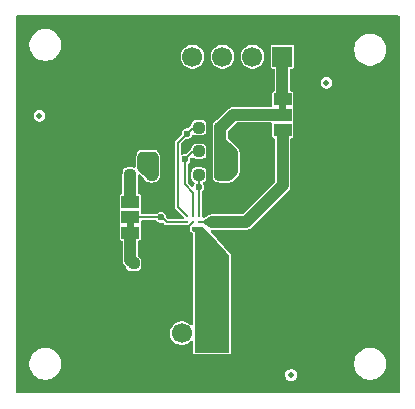
<source format=gbr>
%TF.GenerationSoftware,KiCad,Pcbnew,9.0.3*%
%TF.CreationDate,2025-08-01T20:51:34+05:30*%
%TF.ProjectId,BQ27621-G1_Breakout_Board_v1,42513237-3632-4312-9d47-315f42726561,rev?*%
%TF.SameCoordinates,Original*%
%TF.FileFunction,Copper,L1,Top*%
%TF.FilePolarity,Positive*%
%FSLAX46Y46*%
G04 Gerber Fmt 4.6, Leading zero omitted, Abs format (unit mm)*
G04 Created by KiCad (PCBNEW 9.0.3) date 2025-08-01 20:51:34*
%MOMM*%
%LPD*%
G01*
G04 APERTURE LIST*
G04 Aperture macros list*
%AMRoundRect*
0 Rectangle with rounded corners*
0 $1 Rounding radius*
0 $2 $3 $4 $5 $6 $7 $8 $9 X,Y pos of 4 corners*
0 Add a 4 corners polygon primitive as box body*
4,1,4,$2,$3,$4,$5,$6,$7,$8,$9,$2,$3,0*
0 Add four circle primitives for the rounded corners*
1,1,$1+$1,$2,$3*
1,1,$1+$1,$4,$5*
1,1,$1+$1,$6,$7*
1,1,$1+$1,$8,$9*
0 Add four rect primitives between the rounded corners*
20,1,$1+$1,$2,$3,$4,$5,0*
20,1,$1+$1,$4,$5,$6,$7,0*
20,1,$1+$1,$6,$7,$8,$9,0*
20,1,$1+$1,$8,$9,$2,$3,0*%
G04 Aperture macros list end*
%TA.AperFunction,Conductor*%
%ADD10C,0.100000*%
%TD*%
%TA.AperFunction,Conductor*%
%ADD11C,0.200000*%
%TD*%
%TA.AperFunction,EtchedComponent*%
%ADD12C,0.000000*%
%TD*%
%TA.AperFunction,ComponentPad*%
%ADD13R,1.700000X1.700000*%
%TD*%
%TA.AperFunction,ComponentPad*%
%ADD14C,1.700000*%
%TD*%
%TA.AperFunction,SMDPad,CuDef*%
%ADD15RoundRect,0.237500X0.250000X0.237500X-0.250000X0.237500X-0.250000X-0.237500X0.250000X-0.237500X0*%
%TD*%
%TA.AperFunction,SMDPad,CuDef*%
%ADD16R,1.500000X1.000000*%
%TD*%
%TA.AperFunction,SMDPad,CuDef*%
%ADD17RoundRect,0.237500X0.237500X-0.300000X0.237500X0.300000X-0.237500X0.300000X-0.237500X-0.300000X0*%
%TD*%
%TA.AperFunction,SMDPad,CuDef*%
%ADD18RoundRect,0.237500X-0.250000X-0.237500X0.250000X-0.237500X0.250000X0.237500X-0.250000X0.237500X0*%
%TD*%
%TA.AperFunction,SMDPad,CuDef*%
%ADD19C,0.500000*%
%TD*%
%TA.AperFunction,BGAPad,CuDef*%
%ADD20C,0.245000*%
%TD*%
%TA.AperFunction,SMDPad,CuDef*%
%ADD21RoundRect,0.237500X0.300000X0.237500X-0.300000X0.237500X-0.300000X-0.237500X0.300000X-0.237500X0*%
%TD*%
%TA.AperFunction,ViaPad*%
%ADD22C,0.600000*%
%TD*%
%TA.AperFunction,Conductor*%
%ADD23C,0.500000*%
%TD*%
%TA.AperFunction,Conductor*%
%ADD24C,1.000000*%
%TD*%
%TA.AperFunction,Conductor*%
%ADD25C,0.150000*%
%TD*%
G04 APERTURE END LIST*
D10*
%TO.N,+BATT*%
X140600000Y-98550000D02*
X142200000Y-100350000D01*
X142200000Y-103550000D01*
X142200000Y-108550000D01*
X139400000Y-108550000D01*
X139400000Y-98350000D01*
X139150000Y-98183334D01*
X139150000Y-97950000D01*
X140000000Y-97950000D01*
X140600000Y-98550000D01*
%TA.AperFunction,Conductor*%
G36*
X140600000Y-98550000D02*
G01*
X142200000Y-100350000D01*
X142200000Y-103550000D01*
X142200000Y-108550000D01*
X139400000Y-108550000D01*
X139400000Y-98350000D01*
X139150000Y-98183334D01*
X139150000Y-97950000D01*
X140000000Y-97950000D01*
X140600000Y-98550000D01*
G37*
%TD.AperFunction*%
%TO.N,VDDEx*%
D11*
X134750000Y-92250000D02*
X136000000Y-92250000D01*
X134750000Y-92250000D01*
X134700000Y-91724600D02*
X136050000Y-91724600D01*
X136050000Y-91900000D01*
X134700000Y-91900000D01*
X134700000Y-91724600D01*
D10*
%TO.N,GNDREF*%
X138850000Y-98190000D02*
X138650000Y-98350000D01*
X138650000Y-104550000D01*
X136900000Y-106150000D01*
X136900000Y-108550000D01*
X134250000Y-108550000D01*
X134250000Y-103800000D01*
X135500000Y-102250000D01*
X135500000Y-100250000D01*
X135800000Y-100250000D01*
X137700000Y-98700000D01*
X138350000Y-97900000D01*
X138850000Y-97900000D01*
X138850000Y-98190000D01*
%TA.AperFunction,Conductor*%
G36*
X138850000Y-98190000D02*
G01*
X138650000Y-98350000D01*
X138650000Y-104550000D01*
X136900000Y-106150000D01*
X136900000Y-108550000D01*
X134250000Y-108550000D01*
X134250000Y-103800000D01*
X135500000Y-102250000D01*
X135500000Y-100250000D01*
X135800000Y-100250000D01*
X137700000Y-98700000D01*
X138350000Y-97900000D01*
X138850000Y-97900000D01*
X138850000Y-98190000D01*
G37*
%TD.AperFunction*%
D12*
%TA.AperFunction,EtchedComponent*%
%TD*%
%TO.C,JP2*%
G36*
X147100000Y-88050000D02*
G01*
X146500000Y-88050000D01*
X146500000Y-87550000D01*
X147100000Y-87550000D01*
X147100000Y-88050000D01*
G37*
%TD.AperFunction*%
%TA.AperFunction,EtchedComponent*%
%TO.C,JP1*%
G36*
X134207500Y-98050000D02*
G01*
X133607500Y-98050000D01*
X133607500Y-97550000D01*
X134207500Y-97550000D01*
X134207500Y-98050000D01*
G37*
%TD.AperFunction*%
%TD*%
D13*
%TO.P,J1,1,Pin_1*%
%TO.N,VDDE*%
X146780000Y-83550000D03*
D14*
%TO.P,J1,2,Pin_2*%
%TO.N,/GPOUT*%
X144240000Y-83550000D03*
%TO.P,J1,3,Pin_3*%
%TO.N,/SCL*%
X141700000Y-83550000D03*
%TO.P,J1,4,Pin_4*%
%TO.N,/SDA*%
X139160000Y-83550000D03*
%TO.P,J1,5,Pin_5*%
%TO.N,GNDREF*%
X136620000Y-83550000D03*
%TD*%
D15*
%TO.P,R1,1*%
%TO.N,VDDEx*%
X141525000Y-89550000D03*
%TO.P,R1,2*%
%TO.N,/GPOUT*%
X139700000Y-89550000D03*
%TD*%
D16*
%TO.P,JP2,1,A*%
%TO.N,VDDE*%
X146800000Y-87150000D03*
%TO.P,JP2,2,C*%
%TO.N,VDDEx*%
X146800000Y-88450000D03*
%TO.P,JP2,3,B*%
%TO.N,VDD*%
X146800000Y-89750000D03*
%TD*%
D15*
%TO.P,R4,1*%
%TO.N,VDDEx*%
X135700000Y-93550000D03*
%TO.P,R4,2*%
%TO.N,Net-(JP1-B)*%
X133875000Y-93550000D03*
%TD*%
D17*
%TO.P,C1,1*%
%TO.N,VDD*%
X142700000Y-97512500D03*
%TO.P,C1,2*%
%TO.N,GNDREF*%
X142700000Y-95787500D03*
%TD*%
D18*
%TO.P,R5,1*%
%TO.N,Net-(JP1-A)*%
X134175000Y-101050000D03*
%TO.P,R5,2*%
%TO.N,GNDREF*%
X136000000Y-101050000D03*
%TD*%
D19*
%TO.P,FID1,*%
%TO.N,*%
X150500000Y-85750000D03*
%TD*%
D16*
%TO.P,JP1,1,A*%
%TO.N,Net-(JP1-A)*%
X133907500Y-98450000D03*
%TO.P,JP1,2,C*%
%TO.N,/BIN*%
X133907500Y-97150000D03*
%TO.P,JP1,3,B*%
%TO.N,Net-(JP1-B)*%
X133907500Y-95850000D03*
%TD*%
D20*
%TO.P,U1,A1,GPOUT*%
%TO.N,/GPOUT*%
X138700000Y-97050000D03*
%TO.P,U1,A2,SDA*%
%TO.N,/SDA*%
X139200000Y-97050000D03*
%TO.P,U1,A3,SCL*%
%TO.N,/SCL*%
X139700000Y-97050000D03*
%TO.P,U1,B1,BIN*%
%TO.N,/BIN*%
X138700000Y-97550000D03*
%TO.P,U1,B2,VSS*%
%TO.N,GNDREF*%
X139200000Y-97550000D03*
%TO.P,U1,B3,VDD*%
%TO.N,VDD*%
X139700000Y-97550000D03*
%TO.P,U1,C1,NC*%
%TO.N,GNDREF*%
X138700000Y-98050000D03*
%TO.P,U1,C2,BAT*%
%TO.N,+BATT*%
X139200000Y-98050000D03*
%TO.P,U1,C3,BAT*%
X139700000Y-98050000D03*
%TD*%
D19*
%TO.P,FID3,*%
%TO.N,*%
X147500000Y-110500000D03*
%TD*%
D13*
%TO.P,J2,1,Pin_1*%
%TO.N,+BATT*%
X140800000Y-106950000D03*
D14*
%TO.P,J2,2,Pin_2*%
%TO.N,/BIN*%
X138260000Y-106950000D03*
%TO.P,J2,3,Pin_3*%
%TO.N,GNDREF*%
X135720000Y-106950000D03*
%TD*%
D15*
%TO.P,R2,1*%
%TO.N,VDDEx*%
X141525000Y-93550000D03*
%TO.P,R2,2*%
%TO.N,/SCL*%
X139700000Y-93550000D03*
%TD*%
D19*
%TO.P,FID2,*%
%TO.N,*%
X126200000Y-88550000D03*
%TD*%
D21*
%TO.P,C2,1*%
%TO.N,+BATT*%
X139912500Y-101050000D03*
%TO.P,C2,2*%
%TO.N,GNDREF*%
X138187500Y-101050000D03*
%TD*%
D15*
%TO.P,R3,1*%
%TO.N,VDDEx*%
X141525000Y-91550000D03*
%TO.P,R3,2*%
%TO.N,/SDA*%
X139700000Y-91550000D03*
%TD*%
D22*
%TO.N,GNDREF*%
X138200000Y-102050000D03*
X138010000Y-104660000D03*
X137700000Y-99350000D03*
X143950000Y-94550000D03*
X138187500Y-103350000D03*
X138400000Y-99350000D03*
X137200000Y-99850000D03*
X138400000Y-99950000D03*
X143950000Y-95800000D03*
X133450000Y-85550000D03*
X138350000Y-98700000D03*
X134200000Y-86300000D03*
X134200000Y-83550000D03*
X137100000Y-102150000D03*
X133450000Y-84300000D03*
X134900000Y-104650000D03*
X134950000Y-103500000D03*
X135200000Y-83550000D03*
X135200000Y-86300000D03*
%TO.N,/GPOUT*%
X138700000Y-90050000D03*
%TO.N,/SCL*%
X139700000Y-94550000D03*
%TO.N,/SDA*%
X138500000Y-92250000D03*
%TO.N,/BIN*%
X136500000Y-97150000D03*
%TO.N,VDDEx*%
X135800000Y-92150000D03*
X142500000Y-91750000D03*
X142500000Y-93350000D03*
X135000000Y-92150000D03*
X142500000Y-92550000D03*
%TD*%
D23*
%TO.N,VDD*%
X140300000Y-97550000D02*
X140800000Y-97550000D01*
D24*
X143700000Y-97550000D02*
X140800000Y-97550000D01*
D11*
X139700000Y-97550000D02*
X140300000Y-97550000D01*
D24*
X146800000Y-89750000D02*
X146800000Y-94450000D01*
X146800000Y-94450000D02*
X143700000Y-97550000D01*
D25*
%TO.N,GNDREF*%
X138350000Y-98700000D02*
X137800000Y-99250000D01*
D11*
X138749000Y-98001000D02*
X138749000Y-97951000D01*
D25*
X136000000Y-101850000D02*
X136300000Y-102150000D01*
D11*
X135200000Y-103950000D02*
X136600000Y-103950000D01*
D25*
X136000000Y-101550000D02*
X136000000Y-101850000D01*
D11*
X138400000Y-101400000D02*
X138400000Y-99850000D01*
D25*
X136300000Y-102150000D02*
X137100000Y-102150000D01*
D11*
X138187500Y-101050000D02*
X138187500Y-103350000D01*
X138400000Y-99850000D02*
X137800000Y-99250000D01*
D25*
X138100000Y-102150000D02*
X138200000Y-102050000D01*
D11*
X136575000Y-100175000D02*
X138700000Y-98050000D01*
X134900000Y-103550000D02*
X134950000Y-103500000D01*
X136620000Y-83550000D02*
X136700000Y-83550000D01*
X138350000Y-101450000D02*
X138350000Y-98700000D01*
X136900000Y-104250000D02*
X136900000Y-105450000D01*
D25*
X137800000Y-99250000D02*
X137400000Y-99650000D01*
D11*
X135720000Y-106370000D02*
X134900000Y-105550000D01*
X137800000Y-99250000D02*
X137900000Y-99150000D01*
X135200000Y-83550000D02*
X134200000Y-83550000D01*
X142700000Y-95787500D02*
X143937500Y-95787500D01*
X143950000Y-95800000D02*
X143950000Y-94550000D01*
X134900000Y-105550000D02*
X134900000Y-104650000D01*
X138010000Y-104660000D02*
X135720000Y-106950000D01*
D25*
X136575000Y-100475000D02*
X138350000Y-98700000D01*
D11*
X135720000Y-106950000D02*
X135720000Y-106370000D01*
D25*
X137100000Y-102150000D02*
X138100000Y-102150000D01*
X138700000Y-98050000D02*
X139200000Y-97550000D01*
D11*
X133700000Y-83550000D02*
X133450000Y-83800000D01*
X134900000Y-104650000D02*
X134900000Y-104250000D01*
X136900000Y-105450000D02*
X136400000Y-105950000D01*
X133700000Y-86300000D02*
X135200000Y-86300000D01*
X136000000Y-102450000D02*
X136000000Y-101550000D01*
D25*
X136000000Y-101050000D02*
X136000000Y-101550000D01*
D11*
X136575000Y-101075000D02*
X138500000Y-99150000D01*
X137800000Y-99850000D02*
X138400000Y-99250000D01*
X138187500Y-103350000D02*
X138187500Y-104482500D01*
X133450000Y-85550000D02*
X133450000Y-86050000D01*
X133450000Y-83800000D02*
X133450000Y-85550000D01*
X138700000Y-98050000D02*
X138749000Y-98001000D01*
X138187500Y-104482500D02*
X138010000Y-104660000D01*
X136700000Y-83550000D02*
X135200000Y-83550000D01*
X134950000Y-103500000D02*
X136000000Y-102450000D01*
X133450000Y-86050000D02*
X133700000Y-86300000D01*
X134900000Y-104650000D02*
X134900000Y-103550000D01*
X137200000Y-99850000D02*
X137800000Y-99850000D01*
D25*
X136000000Y-101050000D02*
X137400000Y-99650000D01*
D11*
X136600000Y-103950000D02*
X136900000Y-104250000D01*
X134900000Y-104250000D02*
X135200000Y-103950000D01*
X134200000Y-83550000D02*
X133700000Y-83550000D01*
X143937500Y-95787500D02*
X143950000Y-95800000D01*
%TO.N,/GPOUT*%
X137900000Y-90850000D02*
X139200000Y-89550000D01*
X139200000Y-89550000D02*
X139700000Y-89550000D01*
X138700000Y-97050000D02*
X137900000Y-96250000D01*
X137900000Y-96250000D02*
X137900000Y-90850000D01*
%TO.N,/SCL*%
X139700000Y-97050000D02*
X139700000Y-94550000D01*
X139700000Y-94550000D02*
X139700000Y-93550000D01*
D24*
%TO.N,VDDE*%
X146780000Y-83550000D02*
X146780000Y-87130000D01*
D11*
X146780000Y-87130000D02*
X146800000Y-87150000D01*
%TO.N,/SDA*%
X139200000Y-91550000D02*
X139700000Y-91550000D01*
X139200000Y-95050000D02*
X138500000Y-94350000D01*
X138500000Y-92250000D02*
X139200000Y-91550000D01*
X139200000Y-97050000D02*
X139200000Y-95050000D01*
X138500000Y-94350000D02*
X138500000Y-92250000D01*
%TO.N,/BIN*%
X136500000Y-97150000D02*
X133907500Y-97150000D01*
X136600000Y-97150000D02*
X136500000Y-97150000D01*
X137000000Y-97550000D02*
X136600000Y-97150000D01*
X138700000Y-97550000D02*
X137000000Y-97550000D01*
D24*
%TO.N,VDDEx*%
X142200000Y-93550000D02*
X141525000Y-93550000D01*
X135000000Y-92150000D02*
X135000000Y-92850000D01*
X141525000Y-89550000D02*
X141525000Y-91550000D01*
X142500000Y-91750000D02*
X142500000Y-92550000D01*
X142625000Y-88450000D02*
X141525000Y-89550000D01*
X141525000Y-89550000D02*
X141525000Y-90750000D01*
X135800000Y-93450000D02*
X135800000Y-92150000D01*
X135000000Y-92850000D02*
X135700000Y-93550000D01*
X142500000Y-92550000D02*
X142500000Y-93250000D01*
X135700000Y-93550000D02*
X135800000Y-93450000D01*
X146800000Y-88450000D02*
X142625000Y-88450000D01*
X141525000Y-91550000D02*
X141525000Y-93550000D01*
X142500000Y-93250000D02*
X142200000Y-93550000D01*
X142500000Y-91725000D02*
X142500000Y-91750000D01*
X141525000Y-90750000D02*
X142500000Y-91725000D01*
%TO.N,Net-(JP1-A)*%
X133907500Y-98450000D02*
X133907500Y-100782500D01*
X133907500Y-100782500D02*
X134175000Y-101050000D01*
D11*
%TO.N,Net-(JP1-B)*%
X133875000Y-95817500D02*
X133907500Y-95850000D01*
D24*
X133875000Y-93550000D02*
X133875000Y-95817500D01*
%TD*%
%TA.AperFunction,Conductor*%
%TO.N,GNDREF*%
G36*
X156642539Y-80070185D02*
G01*
X156688294Y-80122989D01*
X156699500Y-80174500D01*
X156699500Y-111925500D01*
X156679815Y-111992539D01*
X156627011Y-112038294D01*
X156575500Y-112049500D01*
X124324500Y-112049500D01*
X124257461Y-112029815D01*
X124211706Y-111977011D01*
X124200500Y-111925500D01*
X124200500Y-109443713D01*
X125349500Y-109443713D01*
X125349500Y-109656287D01*
X125382754Y-109866243D01*
X125437134Y-110033608D01*
X125448444Y-110068414D01*
X125544951Y-110257820D01*
X125669890Y-110429786D01*
X125820213Y-110580109D01*
X125992179Y-110705048D01*
X125992181Y-110705049D01*
X125992184Y-110705051D01*
X126181588Y-110801557D01*
X126383757Y-110867246D01*
X126593713Y-110900500D01*
X126593714Y-110900500D01*
X126806286Y-110900500D01*
X126806287Y-110900500D01*
X127016243Y-110867246D01*
X127218412Y-110801557D01*
X127407816Y-110705051D01*
X127429789Y-110689086D01*
X127579786Y-110580109D01*
X127579788Y-110580106D01*
X127579792Y-110580104D01*
X127725788Y-110434108D01*
X146999500Y-110434108D01*
X146999500Y-110565892D01*
X147016554Y-110629539D01*
X147033608Y-110693187D01*
X147040458Y-110705051D01*
X147099500Y-110807314D01*
X147192686Y-110900500D01*
X147306814Y-110966392D01*
X147434108Y-111000500D01*
X147434110Y-111000500D01*
X147565890Y-111000500D01*
X147565892Y-111000500D01*
X147693186Y-110966392D01*
X147807314Y-110900500D01*
X147900500Y-110807314D01*
X147966392Y-110693186D01*
X148000500Y-110565892D01*
X148000500Y-110434108D01*
X147966392Y-110306814D01*
X147900500Y-110192686D01*
X147807314Y-110099500D01*
X147750250Y-110066554D01*
X147693187Y-110033608D01*
X147629539Y-110016554D01*
X147565892Y-109999500D01*
X147434108Y-109999500D01*
X147306812Y-110033608D01*
X147192686Y-110099500D01*
X147192683Y-110099502D01*
X147099502Y-110192683D01*
X147099500Y-110192686D01*
X147033608Y-110306812D01*
X147021207Y-110353094D01*
X146999500Y-110434108D01*
X127725788Y-110434108D01*
X127730104Y-110429792D01*
X127855051Y-110257816D01*
X127951557Y-110068412D01*
X128017246Y-109866243D01*
X128050500Y-109656287D01*
X128050500Y-109443713D01*
X152849500Y-109443713D01*
X152849500Y-109656287D01*
X152882754Y-109866243D01*
X152937134Y-110033608D01*
X152948444Y-110068414D01*
X153044951Y-110257820D01*
X153169890Y-110429786D01*
X153320213Y-110580109D01*
X153492179Y-110705048D01*
X153492181Y-110705049D01*
X153492184Y-110705051D01*
X153681588Y-110801557D01*
X153883757Y-110867246D01*
X154093713Y-110900500D01*
X154093714Y-110900500D01*
X154306286Y-110900500D01*
X154306287Y-110900500D01*
X154516243Y-110867246D01*
X154718412Y-110801557D01*
X154907816Y-110705051D01*
X154929789Y-110689086D01*
X155079786Y-110580109D01*
X155079788Y-110580106D01*
X155079792Y-110580104D01*
X155230104Y-110429792D01*
X155230106Y-110429788D01*
X155230109Y-110429786D01*
X155355048Y-110257820D01*
X155355049Y-110257819D01*
X155355051Y-110257816D01*
X155451557Y-110068412D01*
X155517246Y-109866243D01*
X155550500Y-109656287D01*
X155550500Y-109443713D01*
X155517246Y-109233757D01*
X155451557Y-109031588D01*
X155355051Y-108842184D01*
X155355049Y-108842181D01*
X155355048Y-108842179D01*
X155230109Y-108670213D01*
X155079786Y-108519890D01*
X154907820Y-108394951D01*
X154718414Y-108298444D01*
X154718413Y-108298443D01*
X154718412Y-108298443D01*
X154516243Y-108232754D01*
X154516241Y-108232753D01*
X154516240Y-108232753D01*
X154354957Y-108207208D01*
X154306287Y-108199500D01*
X154093713Y-108199500D01*
X154045042Y-108207208D01*
X153883760Y-108232753D01*
X153681585Y-108298444D01*
X153492179Y-108394951D01*
X153320213Y-108519890D01*
X153169890Y-108670213D01*
X153044951Y-108842179D01*
X152948444Y-109031585D01*
X152882753Y-109233760D01*
X152849500Y-109443713D01*
X128050500Y-109443713D01*
X128017246Y-109233757D01*
X127951557Y-109031588D01*
X127855051Y-108842184D01*
X127855049Y-108842181D01*
X127855048Y-108842179D01*
X127730109Y-108670213D01*
X127579786Y-108519890D01*
X127407820Y-108394951D01*
X127218414Y-108298444D01*
X127218413Y-108298443D01*
X127218412Y-108298443D01*
X127016243Y-108232754D01*
X127016241Y-108232753D01*
X127016240Y-108232753D01*
X126854957Y-108207208D01*
X126806287Y-108199500D01*
X126593713Y-108199500D01*
X126545042Y-108207208D01*
X126383760Y-108232753D01*
X126181585Y-108298444D01*
X125992179Y-108394951D01*
X125820213Y-108519890D01*
X125669890Y-108670213D01*
X125544951Y-108842179D01*
X125448444Y-109031585D01*
X125382753Y-109233760D01*
X125349500Y-109443713D01*
X124200500Y-109443713D01*
X124200500Y-96364822D01*
X133006999Y-96364822D01*
X133015731Y-96408717D01*
X133015732Y-96408720D01*
X133015732Y-96408721D01*
X133015733Y-96408722D01*
X133030693Y-96431111D01*
X133051569Y-96497789D01*
X133033083Y-96565169D01*
X133030699Y-96568878D01*
X133023988Y-96578922D01*
X133015732Y-96591279D01*
X133015731Y-96591282D01*
X133007000Y-96635177D01*
X133007000Y-96635180D01*
X133007000Y-97664820D01*
X133007000Y-97664822D01*
X133006999Y-97664822D01*
X133015731Y-97708717D01*
X133015732Y-97708720D01*
X133015732Y-97708721D01*
X133015733Y-97708722D01*
X133030693Y-97731111D01*
X133051569Y-97797789D01*
X133033083Y-97865169D01*
X133030699Y-97868878D01*
X133023988Y-97878922D01*
X133015732Y-97891279D01*
X133015731Y-97891282D01*
X133007000Y-97935177D01*
X133007000Y-97935180D01*
X133007000Y-98964820D01*
X133007000Y-98964822D01*
X133006999Y-98964822D01*
X133015731Y-99008717D01*
X133015732Y-99008721D01*
X133015733Y-99008722D01*
X133048996Y-99058504D01*
X133098778Y-99091767D01*
X133098781Y-99091767D01*
X133098782Y-99091768D01*
X133142672Y-99100499D01*
X133142677Y-99100499D01*
X133142680Y-99100500D01*
X133142682Y-99100500D01*
X133145142Y-99100742D01*
X133146354Y-99101231D01*
X133148655Y-99101689D01*
X133148568Y-99102125D01*
X133209932Y-99126897D01*
X133250296Y-99183927D01*
X133257000Y-99224146D01*
X133257000Y-100846569D01*
X133257000Y-100846570D01*
X133256999Y-100846570D01*
X133259721Y-100860254D01*
X133259723Y-100860259D01*
X133269792Y-100910877D01*
X133281999Y-100972244D01*
X133331035Y-101090627D01*
X133402223Y-101197169D01*
X133511130Y-101306076D01*
X133544614Y-101367397D01*
X133545921Y-101374359D01*
X133551389Y-101408888D01*
X133551389Y-101408889D01*
X133607190Y-101518404D01*
X133607193Y-101518408D01*
X133694091Y-101605306D01*
X133694095Y-101605309D01*
X133694097Y-101605311D01*
X133803607Y-101661109D01*
X133803609Y-101661109D01*
X133803611Y-101661110D01*
X133883614Y-101673781D01*
X133894454Y-101675498D01*
X133894461Y-101675499D01*
X133894467Y-101675500D01*
X133973034Y-101675499D01*
X133997225Y-101677882D01*
X134059511Y-101690271D01*
X134110928Y-101700498D01*
X134110930Y-101700499D01*
X134110931Y-101700499D01*
X134239070Y-101700499D01*
X134239070Y-101700498D01*
X134352774Y-101677882D01*
X134376965Y-101675499D01*
X134455537Y-101675499D01*
X134455537Y-101675498D01*
X134500962Y-101668304D01*
X134546388Y-101661110D01*
X134546389Y-101661110D01*
X134546390Y-101661109D01*
X134546393Y-101661109D01*
X134655903Y-101605311D01*
X134742811Y-101518403D01*
X134798609Y-101408893D01*
X134813000Y-101318033D01*
X134812999Y-101189120D01*
X134815382Y-101164926D01*
X134825499Y-101114069D01*
X134825499Y-100985930D01*
X134825498Y-100985929D01*
X134815382Y-100935069D01*
X134812999Y-100910877D01*
X134812999Y-100781962D01*
X134798610Y-100691111D01*
X134798610Y-100691110D01*
X134798609Y-100691108D01*
X134798609Y-100691107D01*
X134742811Y-100581597D01*
X134742809Y-100581595D01*
X134742806Y-100581591D01*
X134655908Y-100494693D01*
X134655903Y-100494689D01*
X134625703Y-100479301D01*
X134574908Y-100431325D01*
X134558000Y-100368817D01*
X134558000Y-99224146D01*
X134577685Y-99157107D01*
X134630489Y-99111352D01*
X134669858Y-99100742D01*
X134672317Y-99100500D01*
X134672320Y-99100500D01*
X134672323Y-99100499D01*
X134672327Y-99100499D01*
X134716217Y-99091768D01*
X134716217Y-99091767D01*
X134716222Y-99091767D01*
X134766004Y-99058504D01*
X134799267Y-99008722D01*
X134808000Y-98964820D01*
X134808000Y-97935180D01*
X134808000Y-97935177D01*
X134799268Y-97891282D01*
X134799267Y-97891278D01*
X134784307Y-97868889D01*
X134763430Y-97802214D01*
X134781914Y-97734833D01*
X134784307Y-97731111D01*
X134799267Y-97708722D01*
X134808000Y-97664820D01*
X134808000Y-97524500D01*
X134827685Y-97457461D01*
X134880489Y-97411706D01*
X134932000Y-97400500D01*
X136062036Y-97400500D01*
X136129075Y-97420185D01*
X136149717Y-97436819D01*
X136223387Y-97510489D01*
X136326114Y-97569799D01*
X136440691Y-97600500D01*
X136440694Y-97600500D01*
X136559307Y-97600500D01*
X136559309Y-97600500D01*
X136598151Y-97590092D01*
X136668001Y-97591755D01*
X136717925Y-97622186D01*
X136787636Y-97691897D01*
X136858103Y-97762364D01*
X136950172Y-97800500D01*
X138566712Y-97800500D01*
X138614164Y-97809938D01*
X138645697Y-97823000D01*
X138645699Y-97823000D01*
X138754302Y-97823000D01*
X138754303Y-97823000D01*
X138760673Y-97820361D01*
X138772539Y-97815447D01*
X138842008Y-97807977D01*
X138904488Y-97839251D01*
X138940141Y-97899340D01*
X138943993Y-97929746D01*
X138944045Y-97954546D01*
X138927000Y-97995697D01*
X138927000Y-98104303D01*
X138944448Y-98146426D01*
X138944500Y-98170955D01*
X138944469Y-98171060D01*
X138944500Y-98171216D01*
X138944500Y-98183334D01*
X138945245Y-98200821D01*
X138952373Y-98223103D01*
X138973109Y-98287927D01*
X138973112Y-98287932D01*
X139036004Y-98354317D01*
X139036010Y-98354322D01*
X139139282Y-98423169D01*
X139184144Y-98476734D01*
X139194500Y-98526344D01*
X139194500Y-106170216D01*
X139174815Y-106237255D01*
X139122011Y-106283010D01*
X139052853Y-106292954D01*
X138989297Y-106263929D01*
X138982819Y-106257897D01*
X138897785Y-106172863D01*
X138897781Y-106172860D01*
X138733920Y-106063371D01*
X138733907Y-106063364D01*
X138551839Y-105987950D01*
X138551829Y-105987947D01*
X138358543Y-105949500D01*
X138358541Y-105949500D01*
X138161459Y-105949500D01*
X138161457Y-105949500D01*
X137968170Y-105987947D01*
X137968160Y-105987950D01*
X137786092Y-106063364D01*
X137786079Y-106063371D01*
X137622218Y-106172860D01*
X137622214Y-106172863D01*
X137482863Y-106312214D01*
X137482860Y-106312218D01*
X137373371Y-106476079D01*
X137373364Y-106476092D01*
X137297950Y-106658160D01*
X137297947Y-106658170D01*
X137259500Y-106851456D01*
X137259500Y-106851459D01*
X137259500Y-107048541D01*
X137259500Y-107048543D01*
X137259499Y-107048543D01*
X137297947Y-107241829D01*
X137297950Y-107241839D01*
X137373364Y-107423907D01*
X137373371Y-107423920D01*
X137482860Y-107587781D01*
X137482863Y-107587785D01*
X137622214Y-107727136D01*
X137622218Y-107727139D01*
X137786079Y-107836628D01*
X137786092Y-107836635D01*
X137968160Y-107912049D01*
X137968165Y-107912051D01*
X137968169Y-107912051D01*
X137968170Y-107912052D01*
X138161456Y-107950500D01*
X138161459Y-107950500D01*
X138358543Y-107950500D01*
X138488582Y-107924632D01*
X138551835Y-107912051D01*
X138733914Y-107836632D01*
X138897782Y-107727139D01*
X138903983Y-107720938D01*
X138982819Y-107642103D01*
X139044142Y-107608618D01*
X139113834Y-107613602D01*
X139169767Y-107655474D01*
X139194184Y-107720938D01*
X139194500Y-107729784D01*
X139194500Y-108550004D01*
X139199651Y-108595728D01*
X139239333Y-108678126D01*
X139239334Y-108678127D01*
X139310837Y-108735149D01*
X139377428Y-108750348D01*
X139399995Y-108755499D01*
X139400000Y-108755500D01*
X142200003Y-108755500D01*
X142200003Y-108755499D01*
X142245728Y-108750348D01*
X142328127Y-108710666D01*
X142385149Y-108639163D01*
X142405500Y-108550000D01*
X142405500Y-100350000D01*
X142397619Y-100293635D01*
X142353593Y-100213473D01*
X140753593Y-98413473D01*
X140749922Y-98409580D01*
X140718244Y-98347305D01*
X140725264Y-98277788D01*
X140768752Y-98223103D01*
X140834903Y-98200610D01*
X140840129Y-98200500D01*
X143764071Y-98200500D01*
X143850406Y-98183326D01*
X143889744Y-98175501D01*
X144008127Y-98126465D01*
X144041295Y-98104303D01*
X144114669Y-98055277D01*
X147305277Y-94864669D01*
X147376465Y-94758127D01*
X147425501Y-94639744D01*
X147438543Y-94574180D01*
X147440893Y-94562365D01*
X147440893Y-94562363D01*
X147440987Y-94561893D01*
X147450500Y-94514069D01*
X147450500Y-90524146D01*
X147470185Y-90457107D01*
X147522989Y-90411352D01*
X147562358Y-90400742D01*
X147564817Y-90400500D01*
X147564820Y-90400500D01*
X147564823Y-90400499D01*
X147564827Y-90400499D01*
X147608717Y-90391768D01*
X147608717Y-90391767D01*
X147608722Y-90391767D01*
X147658504Y-90358504D01*
X147691767Y-90308722D01*
X147700500Y-90264820D01*
X147700500Y-89235180D01*
X147700500Y-89235177D01*
X147691768Y-89191282D01*
X147691767Y-89191278D01*
X147691653Y-89191107D01*
X147676807Y-89168889D01*
X147655930Y-89102214D01*
X147674414Y-89034833D01*
X147676792Y-89031132D01*
X147691767Y-89008722D01*
X147694558Y-88994690D01*
X147700500Y-88964822D01*
X147700500Y-87935177D01*
X147691768Y-87891282D01*
X147691767Y-87891278D01*
X147676807Y-87868889D01*
X147655930Y-87802214D01*
X147674414Y-87734833D01*
X147676792Y-87731132D01*
X147691767Y-87708722D01*
X147691768Y-87708717D01*
X147700500Y-87664822D01*
X147700500Y-86635177D01*
X147691768Y-86591282D01*
X147691767Y-86591281D01*
X147691767Y-86591278D01*
X147658504Y-86541496D01*
X147658503Y-86541495D01*
X147608724Y-86508234D01*
X147608717Y-86508231D01*
X147564822Y-86499500D01*
X147564820Y-86499500D01*
X147554500Y-86499500D01*
X147487461Y-86479815D01*
X147441706Y-86427011D01*
X147430500Y-86375500D01*
X147430500Y-85684108D01*
X149999500Y-85684108D01*
X149999500Y-85815891D01*
X150033608Y-85943187D01*
X150066554Y-86000250D01*
X150099500Y-86057314D01*
X150192686Y-86150500D01*
X150306814Y-86216392D01*
X150434108Y-86250500D01*
X150434110Y-86250500D01*
X150565890Y-86250500D01*
X150565892Y-86250500D01*
X150693186Y-86216392D01*
X150807314Y-86150500D01*
X150900500Y-86057314D01*
X150966392Y-85943186D01*
X151000500Y-85815892D01*
X151000500Y-85684108D01*
X150966392Y-85556814D01*
X150900500Y-85442686D01*
X150807314Y-85349500D01*
X150750250Y-85316554D01*
X150693187Y-85283608D01*
X150629539Y-85266554D01*
X150565892Y-85249500D01*
X150434108Y-85249500D01*
X150306812Y-85283608D01*
X150192686Y-85349500D01*
X150192683Y-85349502D01*
X150099502Y-85442683D01*
X150099500Y-85442686D01*
X150033608Y-85556812D01*
X149999500Y-85684108D01*
X147430500Y-85684108D01*
X147430500Y-84674500D01*
X147450185Y-84607461D01*
X147502989Y-84561706D01*
X147554500Y-84550500D01*
X147644822Y-84550500D01*
X147688717Y-84541768D01*
X147688717Y-84541767D01*
X147688722Y-84541767D01*
X147738504Y-84508504D01*
X147771767Y-84458722D01*
X147780500Y-84414820D01*
X147780500Y-82843713D01*
X152849500Y-82843713D01*
X152849500Y-83056287D01*
X152851421Y-83068414D01*
X152881474Y-83258165D01*
X152882754Y-83266243D01*
X152935892Y-83429785D01*
X152948444Y-83468414D01*
X153044951Y-83657820D01*
X153169890Y-83829786D01*
X153320213Y-83980109D01*
X153492179Y-84105048D01*
X153492181Y-84105049D01*
X153492184Y-84105051D01*
X153681588Y-84201557D01*
X153883757Y-84267246D01*
X154093713Y-84300500D01*
X154093714Y-84300500D01*
X154306286Y-84300500D01*
X154306287Y-84300500D01*
X154516243Y-84267246D01*
X154718412Y-84201557D01*
X154907816Y-84105051D01*
X154929789Y-84089086D01*
X155079786Y-83980109D01*
X155079788Y-83980106D01*
X155079792Y-83980104D01*
X155230104Y-83829792D01*
X155230106Y-83829788D01*
X155230109Y-83829786D01*
X155355048Y-83657820D01*
X155355047Y-83657820D01*
X155355051Y-83657816D01*
X155451557Y-83468412D01*
X155517246Y-83266243D01*
X155550500Y-83056287D01*
X155550500Y-82843713D01*
X155517246Y-82633757D01*
X155451557Y-82431588D01*
X155355051Y-82242184D01*
X155355049Y-82242181D01*
X155355048Y-82242179D01*
X155230109Y-82070213D01*
X155079786Y-81919890D01*
X154907820Y-81794951D01*
X154718414Y-81698444D01*
X154718413Y-81698443D01*
X154718412Y-81698443D01*
X154516243Y-81632754D01*
X154516241Y-81632753D01*
X154516240Y-81632753D01*
X154354957Y-81607208D01*
X154306287Y-81599500D01*
X154093713Y-81599500D01*
X154045042Y-81607208D01*
X153883760Y-81632753D01*
X153681585Y-81698444D01*
X153492179Y-81794951D01*
X153320213Y-81919890D01*
X153169890Y-82070213D01*
X153044951Y-82242179D01*
X152948444Y-82431585D01*
X152882753Y-82633760D01*
X152849500Y-82843713D01*
X147780500Y-82843713D01*
X147780500Y-82685180D01*
X147780500Y-82685177D01*
X147771768Y-82641282D01*
X147771767Y-82641281D01*
X147771767Y-82641278D01*
X147738504Y-82591496D01*
X147733197Y-82587950D01*
X147688724Y-82558234D01*
X147688717Y-82558231D01*
X147644822Y-82549500D01*
X147644820Y-82549500D01*
X145915180Y-82549500D01*
X145915178Y-82549500D01*
X145871282Y-82558231D01*
X145871275Y-82558234D01*
X145821496Y-82591495D01*
X145821495Y-82591496D01*
X145788234Y-82641275D01*
X145788231Y-82641282D01*
X145779500Y-82685177D01*
X145779500Y-82685180D01*
X145779500Y-84414820D01*
X145779500Y-84414822D01*
X145779499Y-84414822D01*
X145788231Y-84458717D01*
X145788232Y-84458721D01*
X145788233Y-84458722D01*
X145821496Y-84508504D01*
X145871278Y-84541767D01*
X145871281Y-84541767D01*
X145871282Y-84541768D01*
X145915177Y-84550500D01*
X145915180Y-84550500D01*
X146005500Y-84550500D01*
X146072539Y-84570185D01*
X146118294Y-84622989D01*
X146129500Y-84674500D01*
X146129500Y-86378974D01*
X146109815Y-86446013D01*
X146057011Y-86491768D01*
X146029692Y-86500591D01*
X145991282Y-86508231D01*
X145991275Y-86508234D01*
X145941496Y-86541495D01*
X145941495Y-86541496D01*
X145908234Y-86591275D01*
X145908231Y-86591282D01*
X145899500Y-86635177D01*
X145899500Y-87670912D01*
X145897920Y-87670912D01*
X145886338Y-87731989D01*
X145838274Y-87782701D01*
X145775952Y-87799500D01*
X142560929Y-87799500D01*
X142435261Y-87824497D01*
X142435255Y-87824499D01*
X142316874Y-87873534D01*
X142210326Y-87944726D01*
X141256423Y-88898629D01*
X141195100Y-88932114D01*
X141188140Y-88933421D01*
X141153610Y-88938889D01*
X141044095Y-88994690D01*
X141044091Y-88994693D01*
X140957193Y-89081591D01*
X140957190Y-89081595D01*
X140901389Y-89191111D01*
X140887000Y-89281966D01*
X140887000Y-89410877D01*
X140884617Y-89435069D01*
X140874500Y-89485929D01*
X140874500Y-93614070D01*
X140884617Y-93664931D01*
X140887000Y-93689122D01*
X140887000Y-93818037D01*
X140901389Y-93908888D01*
X140901389Y-93908889D01*
X140957190Y-94018404D01*
X140957193Y-94018408D01*
X141044091Y-94105306D01*
X141044095Y-94105309D01*
X141044097Y-94105311D01*
X141153607Y-94161109D01*
X141153609Y-94161109D01*
X141153611Y-94161110D01*
X141233614Y-94173781D01*
X141244454Y-94175498D01*
X141244461Y-94175499D01*
X141244467Y-94175500D01*
X141323032Y-94175499D01*
X141347224Y-94177882D01*
X141460928Y-94200500D01*
X141460931Y-94200500D01*
X142264071Y-94200500D01*
X142348615Y-94183682D01*
X142389744Y-94175501D01*
X142508127Y-94126465D01*
X142614669Y-94055277D01*
X143005277Y-93664669D01*
X143076465Y-93558127D01*
X143125501Y-93439744D01*
X143136205Y-93385931D01*
X143150500Y-93314069D01*
X143150500Y-92485931D01*
X143150500Y-91685931D01*
X143150500Y-91660931D01*
X143150500Y-91660928D01*
X143125502Y-91535261D01*
X143125501Y-91535260D01*
X143125501Y-91535256D01*
X143076465Y-91416873D01*
X143076464Y-91416872D01*
X143076461Y-91416866D01*
X143005277Y-91310332D01*
X142976907Y-91281962D01*
X142914669Y-91219724D01*
X142211819Y-90516873D01*
X142178334Y-90455550D01*
X142175500Y-90429192D01*
X142175500Y-89870808D01*
X142195185Y-89803769D01*
X142211819Y-89783127D01*
X142858127Y-89136819D01*
X142919450Y-89103334D01*
X142945808Y-89100500D01*
X145775952Y-89100500D01*
X145842991Y-89120185D01*
X145888746Y-89172989D01*
X145898094Y-89229088D01*
X145899500Y-89229088D01*
X145899500Y-89235180D01*
X145899500Y-90264820D01*
X145899500Y-90264822D01*
X145899499Y-90264822D01*
X145908231Y-90308717D01*
X145908234Y-90308724D01*
X145941495Y-90358503D01*
X145941496Y-90358504D01*
X145991278Y-90391767D01*
X145991281Y-90391767D01*
X145991282Y-90391768D01*
X146035172Y-90400499D01*
X146035177Y-90400499D01*
X146035180Y-90400500D01*
X146035182Y-90400500D01*
X146037642Y-90400742D01*
X146038854Y-90401231D01*
X146041155Y-90401689D01*
X146041068Y-90402125D01*
X146102432Y-90426897D01*
X146142796Y-90483927D01*
X146149500Y-90524146D01*
X146149500Y-94129192D01*
X146129815Y-94196231D01*
X146113181Y-94216873D01*
X143466873Y-96863181D01*
X143439945Y-96877884D01*
X143414127Y-96894477D01*
X143407926Y-96895368D01*
X143405550Y-96896666D01*
X143379192Y-96899500D01*
X143207614Y-96899500D01*
X143151321Y-96885985D01*
X143058893Y-96838891D01*
X143058891Y-96838890D01*
X143058888Y-96838889D01*
X142968033Y-96824500D01*
X142431962Y-96824500D01*
X142431962Y-96824501D01*
X142341111Y-96838889D01*
X142341110Y-96838889D01*
X142304296Y-96857647D01*
X142248678Y-96885985D01*
X142192386Y-96899500D01*
X140735929Y-96899500D01*
X140610261Y-96924497D01*
X140610255Y-96924499D01*
X140491875Y-96973533D01*
X140491866Y-96973538D01*
X140385331Y-97044723D01*
X140385327Y-97044726D01*
X140315364Y-97114690D01*
X140301663Y-97122639D01*
X140292676Y-97132612D01*
X140271530Y-97140123D01*
X140260292Y-97146645D01*
X140249818Y-97149500D01*
X140247273Y-97149500D01*
X140145413Y-97176793D01*
X140141592Y-97178998D01*
X140129609Y-97182265D01*
X140102215Y-97181730D01*
X140074971Y-97184657D01*
X140067784Y-97181058D01*
X140059752Y-97180902D01*
X140037000Y-97165645D01*
X140012495Y-97153376D01*
X140008394Y-97146463D01*
X140001722Y-97141989D01*
X139990827Y-97116848D01*
X139976849Y-97093283D01*
X139975312Y-97081044D01*
X139973941Y-97077880D01*
X139974492Y-97074513D01*
X139973000Y-97062629D01*
X139973000Y-96995698D01*
X139972998Y-96995693D01*
X139959939Y-96964163D01*
X139950500Y-96916711D01*
X139950500Y-94987964D01*
X139970185Y-94920925D01*
X139986819Y-94900283D01*
X140022433Y-94864669D01*
X140060489Y-94826613D01*
X140119799Y-94723886D01*
X140150500Y-94609309D01*
X140150500Y-94490691D01*
X140119799Y-94376114D01*
X140078212Y-94304085D01*
X140061740Y-94236186D01*
X140084592Y-94170159D01*
X140129303Y-94131602D01*
X140180903Y-94105311D01*
X140267811Y-94018403D01*
X140323609Y-93908893D01*
X140338000Y-93818033D01*
X140337999Y-93281968D01*
X140337999Y-93281966D01*
X140337999Y-93281962D01*
X140323610Y-93191111D01*
X140323610Y-93191110D01*
X140323609Y-93191108D01*
X140323609Y-93191107D01*
X140267811Y-93081597D01*
X140267809Y-93081595D01*
X140267806Y-93081591D01*
X140180908Y-92994693D01*
X140180904Y-92994690D01*
X140180903Y-92994689D01*
X140071393Y-92938891D01*
X140071391Y-92938890D01*
X140071388Y-92938889D01*
X139980533Y-92924500D01*
X139419462Y-92924500D01*
X139419462Y-92924501D01*
X139328611Y-92938889D01*
X139328610Y-92938889D01*
X139219095Y-92994690D01*
X139219091Y-92994693D01*
X139132193Y-93081591D01*
X139132190Y-93081595D01*
X139076389Y-93191111D01*
X139062000Y-93281966D01*
X139062000Y-93818037D01*
X139076389Y-93908888D01*
X139076389Y-93908889D01*
X139132190Y-94018404D01*
X139132193Y-94018408D01*
X139219091Y-94105306D01*
X139219094Y-94105308D01*
X139219097Y-94105311D01*
X139270693Y-94131600D01*
X139321490Y-94179574D01*
X139338285Y-94247395D01*
X139329727Y-94287641D01*
X139326359Y-94296165D01*
X139280201Y-94376114D01*
X139249500Y-94490691D01*
X139249500Y-94490739D01*
X139246848Y-94497453D01*
X139229568Y-94519635D01*
X139214929Y-94543652D01*
X139208383Y-94546831D01*
X139203911Y-94552573D01*
X139177376Y-94561893D01*
X139152082Y-94574180D01*
X139144855Y-94573316D01*
X139137989Y-94575728D01*
X139110629Y-94569223D01*
X139082706Y-94565885D01*
X139075191Y-94560798D01*
X139070014Y-94559568D01*
X139063739Y-94553047D01*
X139043839Y-94539578D01*
X138786819Y-94282558D01*
X138753334Y-94221235D01*
X138750500Y-94194877D01*
X138750500Y-92687964D01*
X138770185Y-92620925D01*
X138786819Y-92600283D01*
X138860489Y-92526613D01*
X138919799Y-92423886D01*
X138950500Y-92309309D01*
X138950500Y-92205122D01*
X138959144Y-92175682D01*
X138965667Y-92145697D01*
X138969422Y-92140679D01*
X138970185Y-92138083D01*
X138986812Y-92117447D01*
X139021343Y-92082916D01*
X139082662Y-92049433D01*
X139152354Y-92054417D01*
X139196703Y-92082918D01*
X139219091Y-92105306D01*
X139219095Y-92105309D01*
X139219097Y-92105311D01*
X139328607Y-92161109D01*
X139328609Y-92161109D01*
X139328611Y-92161110D01*
X139356170Y-92165474D01*
X139419467Y-92175500D01*
X139980532Y-92175499D01*
X139980537Y-92175499D01*
X139980537Y-92175498D01*
X140025962Y-92168304D01*
X140071388Y-92161110D01*
X140071389Y-92161110D01*
X140071390Y-92161109D01*
X140071393Y-92161109D01*
X140180903Y-92105311D01*
X140267811Y-92018403D01*
X140323609Y-91908893D01*
X140338000Y-91818033D01*
X140337999Y-91281968D01*
X140337999Y-91281966D01*
X140337999Y-91281962D01*
X140323610Y-91191111D01*
X140323610Y-91191110D01*
X140323609Y-91191108D01*
X140323609Y-91191107D01*
X140267811Y-91081597D01*
X140267809Y-91081595D01*
X140267806Y-91081591D01*
X140180908Y-90994693D01*
X140180904Y-90994690D01*
X140180903Y-90994689D01*
X140071393Y-90938891D01*
X140071391Y-90938890D01*
X140071388Y-90938889D01*
X139980533Y-90924500D01*
X139419462Y-90924500D01*
X139419462Y-90924501D01*
X139328611Y-90938889D01*
X139328610Y-90938889D01*
X139219095Y-90994690D01*
X139219091Y-90994693D01*
X139132193Y-91081591D01*
X139132190Y-91081595D01*
X139076389Y-91191111D01*
X139062000Y-91281966D01*
X139062000Y-91282376D01*
X139061955Y-91282526D01*
X139061617Y-91286830D01*
X139060713Y-91286758D01*
X139042315Y-91349415D01*
X139025681Y-91370057D01*
X138632557Y-91763181D01*
X138571234Y-91796666D01*
X138544876Y-91799500D01*
X138440691Y-91799500D01*
X138343474Y-91825549D01*
X138326106Y-91830203D01*
X138321945Y-91831927D01*
X138252476Y-91839391D01*
X138189998Y-91808113D01*
X138154350Y-91748021D01*
X138150500Y-91717363D01*
X138150500Y-91005121D01*
X138170185Y-90938082D01*
X138186815Y-90917444D01*
X138567440Y-90536818D01*
X138628763Y-90503334D01*
X138655121Y-90500500D01*
X138759306Y-90500500D01*
X138759309Y-90500500D01*
X138873886Y-90469799D01*
X138976613Y-90410489D01*
X139060489Y-90326613D01*
X139119799Y-90223886D01*
X139120050Y-90222947D01*
X139120478Y-90222244D01*
X139122907Y-90216382D01*
X139123821Y-90216760D01*
X139156412Y-90163288D01*
X139219259Y-90132757D01*
X139288634Y-90141050D01*
X139296093Y-90144542D01*
X139328607Y-90161109D01*
X139328609Y-90161109D01*
X139328611Y-90161110D01*
X139356170Y-90165474D01*
X139419467Y-90175500D01*
X139980532Y-90175499D01*
X139980537Y-90175499D01*
X139980537Y-90175498D01*
X140025962Y-90168304D01*
X140071388Y-90161110D01*
X140071389Y-90161110D01*
X140071390Y-90161109D01*
X140071393Y-90161109D01*
X140180903Y-90105311D01*
X140267811Y-90018403D01*
X140323609Y-89908893D01*
X140338000Y-89818033D01*
X140337999Y-89281968D01*
X140337999Y-89281966D01*
X140337999Y-89281962D01*
X140323610Y-89191111D01*
X140323610Y-89191110D01*
X140323609Y-89191108D01*
X140323609Y-89191107D01*
X140267811Y-89081597D01*
X140267809Y-89081595D01*
X140267806Y-89081591D01*
X140180908Y-88994693D01*
X140180904Y-88994690D01*
X140180903Y-88994689D01*
X140071393Y-88938891D01*
X140071391Y-88938890D01*
X140071388Y-88938889D01*
X139980533Y-88924500D01*
X139419462Y-88924500D01*
X139419462Y-88924501D01*
X139328611Y-88938889D01*
X139328610Y-88938889D01*
X139219095Y-88994690D01*
X139219091Y-88994693D01*
X139132193Y-89081591D01*
X139132190Y-89081595D01*
X139076389Y-89191111D01*
X139062000Y-89281966D01*
X139062000Y-89282377D01*
X139061955Y-89282527D01*
X139061617Y-89286830D01*
X139060713Y-89286758D01*
X139042315Y-89349416D01*
X139025681Y-89370058D01*
X138832558Y-89563181D01*
X138771235Y-89596666D01*
X138744877Y-89599500D01*
X138640691Y-89599500D01*
X138526114Y-89630201D01*
X138526112Y-89630201D01*
X138526112Y-89630202D01*
X138423387Y-89689511D01*
X138423384Y-89689513D01*
X138339513Y-89773384D01*
X138339511Y-89773387D01*
X138280201Y-89876114D01*
X138249500Y-89990691D01*
X138249500Y-89990693D01*
X138249500Y-90094876D01*
X138229815Y-90161915D01*
X138213181Y-90182557D01*
X137740661Y-90655076D01*
X137740662Y-90655077D01*
X137687636Y-90708103D01*
X137649500Y-90800170D01*
X137649500Y-90800172D01*
X137649500Y-96200172D01*
X137649500Y-96299828D01*
X137687636Y-96391897D01*
X138064354Y-96768615D01*
X138383559Y-97087819D01*
X138417044Y-97149142D01*
X138412060Y-97218833D01*
X138370189Y-97274767D01*
X138304724Y-97299184D01*
X138295878Y-97299500D01*
X137155123Y-97299500D01*
X137125682Y-97290855D01*
X137095696Y-97284332D01*
X137090680Y-97280577D01*
X137088084Y-97279815D01*
X137067442Y-97263181D01*
X136986819Y-97182558D01*
X136953334Y-97121235D01*
X136950500Y-97094877D01*
X136950500Y-97090693D01*
X136950500Y-97090691D01*
X136919799Y-96976114D01*
X136860489Y-96873387D01*
X136776613Y-96789511D01*
X136673886Y-96730201D01*
X136559309Y-96699500D01*
X136440691Y-96699500D01*
X136326114Y-96730201D01*
X136326112Y-96730201D01*
X136326112Y-96730202D01*
X136223387Y-96789511D01*
X136223384Y-96789513D01*
X136149717Y-96863181D01*
X136088394Y-96896666D01*
X136062036Y-96899500D01*
X134932000Y-96899500D01*
X134864961Y-96879815D01*
X134819206Y-96827011D01*
X134808000Y-96775500D01*
X134808000Y-96635177D01*
X134799268Y-96591282D01*
X134799267Y-96591278D01*
X134784307Y-96568889D01*
X134763430Y-96502214D01*
X134781914Y-96434833D01*
X134784307Y-96431111D01*
X134799267Y-96408722D01*
X134808000Y-96364820D01*
X134808000Y-95335180D01*
X134808000Y-95335177D01*
X134799268Y-95291282D01*
X134799267Y-95291281D01*
X134799267Y-95291278D01*
X134766004Y-95241496D01*
X134766003Y-95241495D01*
X134716224Y-95208234D01*
X134716217Y-95208231D01*
X134672322Y-95199500D01*
X134672320Y-95199500D01*
X134649500Y-95199500D01*
X134582461Y-95179815D01*
X134536706Y-95127011D01*
X134525500Y-95075500D01*
X134525500Y-93594808D01*
X134545185Y-93527769D01*
X134597989Y-93482014D01*
X134667147Y-93472070D01*
X134730703Y-93501095D01*
X134737181Y-93507127D01*
X135036129Y-93806075D01*
X135069614Y-93867398D01*
X135070921Y-93874359D01*
X135076389Y-93908888D01*
X135076389Y-93908889D01*
X135132190Y-94018404D01*
X135132193Y-94018408D01*
X135219091Y-94105306D01*
X135219095Y-94105309D01*
X135219097Y-94105311D01*
X135328607Y-94161109D01*
X135328609Y-94161109D01*
X135328611Y-94161110D01*
X135408614Y-94173781D01*
X135419454Y-94175498D01*
X135419461Y-94175499D01*
X135419467Y-94175500D01*
X135498034Y-94175499D01*
X135522225Y-94177882D01*
X135580690Y-94189511D01*
X135635928Y-94200498D01*
X135635930Y-94200499D01*
X135635931Y-94200499D01*
X135764070Y-94200499D01*
X135764070Y-94200498D01*
X135877774Y-94177882D01*
X135901965Y-94175499D01*
X135980537Y-94175499D01*
X135980537Y-94175498D01*
X136025962Y-94168304D01*
X136071388Y-94161110D01*
X136071389Y-94161110D01*
X136071390Y-94161109D01*
X136071393Y-94161109D01*
X136180903Y-94105311D01*
X136267811Y-94018403D01*
X136323609Y-93908893D01*
X136334230Y-93841837D01*
X136342722Y-93812405D01*
X136347233Y-93801874D01*
X136376465Y-93758127D01*
X136425501Y-93639744D01*
X136430608Y-93614068D01*
X136450500Y-93514069D01*
X136450500Y-92085931D01*
X136450500Y-92085928D01*
X136425502Y-91960261D01*
X136425501Y-91960260D01*
X136425501Y-91960256D01*
X136376465Y-91841873D01*
X136376464Y-91841871D01*
X136376458Y-91841861D01*
X136321398Y-91759457D01*
X136300520Y-91692780D01*
X136300500Y-91690567D01*
X136300500Y-91674773D01*
X136300499Y-91674770D01*
X136294767Y-91660931D01*
X136262364Y-91582703D01*
X136191897Y-91512236D01*
X136128391Y-91485931D01*
X136099829Y-91474100D01*
X136099828Y-91474100D01*
X134749828Y-91474100D01*
X134650172Y-91474100D01*
X134650170Y-91474100D01*
X134558102Y-91512236D01*
X134487636Y-91582702D01*
X134449500Y-91674770D01*
X134449500Y-91765398D01*
X134429815Y-91832437D01*
X134428604Y-91834286D01*
X134423534Y-91841872D01*
X134374499Y-91960255D01*
X134374497Y-91960261D01*
X134349500Y-92085928D01*
X134349500Y-92810036D01*
X134345831Y-92822529D01*
X134346855Y-92835510D01*
X134336176Y-92855409D01*
X134329815Y-92877075D01*
X134319975Y-92885600D01*
X134313818Y-92897076D01*
X134294074Y-92908044D01*
X134277011Y-92922830D01*
X134262722Y-92925461D01*
X134252741Y-92931007D01*
X134228348Y-92931793D01*
X134217556Y-92933781D01*
X134211795Y-92933411D01*
X134155533Y-92924500D01*
X134072990Y-92924500D01*
X134069018Y-92924245D01*
X134067036Y-92923522D01*
X134052770Y-92922117D01*
X133939071Y-92899500D01*
X133939069Y-92899500D01*
X133810931Y-92899500D01*
X133810929Y-92899500D01*
X133697227Y-92922117D01*
X133673036Y-92924500D01*
X133594463Y-92924500D01*
X133594461Y-92924501D01*
X133503611Y-92938889D01*
X133503610Y-92938889D01*
X133394095Y-92994690D01*
X133394091Y-92994693D01*
X133307193Y-93081591D01*
X133307190Y-93081595D01*
X133251389Y-93191111D01*
X133237000Y-93281966D01*
X133237000Y-93410877D01*
X133234617Y-93435069D01*
X133224500Y-93485929D01*
X133224500Y-95081460D01*
X133204815Y-95148499D01*
X133152011Y-95194254D01*
X133124694Y-95203077D01*
X133098781Y-95208231D01*
X133098775Y-95208234D01*
X133048996Y-95241495D01*
X133048995Y-95241496D01*
X133015734Y-95291275D01*
X133015731Y-95291282D01*
X133007000Y-95335177D01*
X133007000Y-95335180D01*
X133007000Y-96364820D01*
X133007000Y-96364822D01*
X133006999Y-96364822D01*
X124200500Y-96364822D01*
X124200500Y-88484108D01*
X125699500Y-88484108D01*
X125699500Y-88615891D01*
X125733608Y-88743187D01*
X125766554Y-88800250D01*
X125799500Y-88857314D01*
X125892686Y-88950500D01*
X126006814Y-89016392D01*
X126134108Y-89050500D01*
X126134110Y-89050500D01*
X126265890Y-89050500D01*
X126265892Y-89050500D01*
X126393186Y-89016392D01*
X126507314Y-88950500D01*
X126600500Y-88857314D01*
X126666392Y-88743186D01*
X126700500Y-88615892D01*
X126700500Y-88484108D01*
X126666392Y-88356814D01*
X126600500Y-88242686D01*
X126507314Y-88149500D01*
X126450250Y-88116554D01*
X126393187Y-88083608D01*
X126329539Y-88066554D01*
X126265892Y-88049500D01*
X126134108Y-88049500D01*
X126006812Y-88083608D01*
X125892686Y-88149500D01*
X125892683Y-88149502D01*
X125799502Y-88242683D01*
X125799500Y-88242686D01*
X125733608Y-88356812D01*
X125699500Y-88484108D01*
X124200500Y-88484108D01*
X124200500Y-82443713D01*
X125349500Y-82443713D01*
X125349500Y-82656286D01*
X125379185Y-82843713D01*
X125382754Y-82866243D01*
X125444503Y-83056287D01*
X125448444Y-83068414D01*
X125544951Y-83257820D01*
X125669890Y-83429786D01*
X125820213Y-83580109D01*
X125992179Y-83705048D01*
X125992181Y-83705049D01*
X125992184Y-83705051D01*
X126181588Y-83801557D01*
X126383757Y-83867246D01*
X126593713Y-83900500D01*
X126593714Y-83900500D01*
X126806286Y-83900500D01*
X126806287Y-83900500D01*
X127016243Y-83867246D01*
X127218412Y-83801557D01*
X127407816Y-83705051D01*
X127429789Y-83689086D01*
X127485593Y-83648543D01*
X138159499Y-83648543D01*
X138197947Y-83841829D01*
X138197950Y-83841839D01*
X138273364Y-84023907D01*
X138273371Y-84023920D01*
X138382860Y-84187781D01*
X138382863Y-84187785D01*
X138522214Y-84327136D01*
X138522218Y-84327139D01*
X138686079Y-84436628D01*
X138686092Y-84436635D01*
X138868160Y-84512049D01*
X138868165Y-84512051D01*
X138868169Y-84512051D01*
X138868170Y-84512052D01*
X139061456Y-84550500D01*
X139061459Y-84550500D01*
X139258543Y-84550500D01*
X139388582Y-84524632D01*
X139451835Y-84512051D01*
X139633914Y-84436632D01*
X139797782Y-84327139D01*
X139937139Y-84187782D01*
X140046632Y-84023914D01*
X140122051Y-83841835D01*
X140134632Y-83778582D01*
X140160500Y-83648543D01*
X140699499Y-83648543D01*
X140737947Y-83841829D01*
X140737950Y-83841839D01*
X140813364Y-84023907D01*
X140813371Y-84023920D01*
X140922860Y-84187781D01*
X140922863Y-84187785D01*
X141062214Y-84327136D01*
X141062218Y-84327139D01*
X141226079Y-84436628D01*
X141226092Y-84436635D01*
X141408160Y-84512049D01*
X141408165Y-84512051D01*
X141408169Y-84512051D01*
X141408170Y-84512052D01*
X141601456Y-84550500D01*
X141601459Y-84550500D01*
X141798543Y-84550500D01*
X141928582Y-84524632D01*
X141991835Y-84512051D01*
X142173914Y-84436632D01*
X142337782Y-84327139D01*
X142477139Y-84187782D01*
X142586632Y-84023914D01*
X142662051Y-83841835D01*
X142674632Y-83778582D01*
X142700500Y-83648543D01*
X143239499Y-83648543D01*
X143277947Y-83841829D01*
X143277950Y-83841839D01*
X143353364Y-84023907D01*
X143353371Y-84023920D01*
X143462860Y-84187781D01*
X143462863Y-84187785D01*
X143602214Y-84327136D01*
X143602218Y-84327139D01*
X143766079Y-84436628D01*
X143766092Y-84436635D01*
X143948160Y-84512049D01*
X143948165Y-84512051D01*
X143948169Y-84512051D01*
X143948170Y-84512052D01*
X144141456Y-84550500D01*
X144141459Y-84550500D01*
X144338543Y-84550500D01*
X144468582Y-84524632D01*
X144531835Y-84512051D01*
X144713914Y-84436632D01*
X144877782Y-84327139D01*
X145017139Y-84187782D01*
X145126632Y-84023914D01*
X145202051Y-83841835D01*
X145214632Y-83778582D01*
X145240500Y-83648543D01*
X145240500Y-83451456D01*
X145202052Y-83258170D01*
X145202051Y-83258169D01*
X145202051Y-83258165D01*
X145201908Y-83257820D01*
X145126635Y-83076092D01*
X145126628Y-83076079D01*
X145017139Y-82912218D01*
X145017136Y-82912214D01*
X144877785Y-82772863D01*
X144877781Y-82772860D01*
X144713920Y-82663371D01*
X144713907Y-82663364D01*
X144531839Y-82587950D01*
X144531829Y-82587947D01*
X144338543Y-82549500D01*
X144338541Y-82549500D01*
X144141459Y-82549500D01*
X144141457Y-82549500D01*
X143948170Y-82587947D01*
X143948160Y-82587950D01*
X143766092Y-82663364D01*
X143766079Y-82663371D01*
X143602218Y-82772860D01*
X143602214Y-82772863D01*
X143462863Y-82912214D01*
X143462860Y-82912218D01*
X143353371Y-83076079D01*
X143353364Y-83076092D01*
X143277950Y-83258160D01*
X143277947Y-83258170D01*
X143239500Y-83451456D01*
X143239500Y-83451459D01*
X143239500Y-83648541D01*
X143239500Y-83648543D01*
X143239499Y-83648543D01*
X142700500Y-83648543D01*
X142700500Y-83451456D01*
X142662052Y-83258170D01*
X142662051Y-83258169D01*
X142662051Y-83258165D01*
X142661908Y-83257820D01*
X142586635Y-83076092D01*
X142586628Y-83076079D01*
X142477139Y-82912218D01*
X142477136Y-82912214D01*
X142337785Y-82772863D01*
X142337781Y-82772860D01*
X142173920Y-82663371D01*
X142173907Y-82663364D01*
X141991839Y-82587950D01*
X141991829Y-82587947D01*
X141798543Y-82549500D01*
X141798541Y-82549500D01*
X141601459Y-82549500D01*
X141601457Y-82549500D01*
X141408170Y-82587947D01*
X141408160Y-82587950D01*
X141226092Y-82663364D01*
X141226079Y-82663371D01*
X141062218Y-82772860D01*
X141062214Y-82772863D01*
X140922863Y-82912214D01*
X140922860Y-82912218D01*
X140813371Y-83076079D01*
X140813364Y-83076092D01*
X140737950Y-83258160D01*
X140737947Y-83258170D01*
X140699500Y-83451456D01*
X140699500Y-83451459D01*
X140699500Y-83648541D01*
X140699500Y-83648543D01*
X140699499Y-83648543D01*
X140160500Y-83648543D01*
X140160500Y-83451456D01*
X140122052Y-83258170D01*
X140122051Y-83258169D01*
X140122051Y-83258165D01*
X140121908Y-83257820D01*
X140046635Y-83076092D01*
X140046628Y-83076079D01*
X139937139Y-82912218D01*
X139937136Y-82912214D01*
X139797785Y-82772863D01*
X139797781Y-82772860D01*
X139633920Y-82663371D01*
X139633907Y-82663364D01*
X139451839Y-82587950D01*
X139451829Y-82587947D01*
X139258543Y-82549500D01*
X139258541Y-82549500D01*
X139061459Y-82549500D01*
X139061457Y-82549500D01*
X138868170Y-82587947D01*
X138868160Y-82587950D01*
X138686092Y-82663364D01*
X138686079Y-82663371D01*
X138522218Y-82772860D01*
X138522214Y-82772863D01*
X138382863Y-82912214D01*
X138382860Y-82912218D01*
X138273371Y-83076079D01*
X138273364Y-83076092D01*
X138197950Y-83258160D01*
X138197947Y-83258170D01*
X138159500Y-83451456D01*
X138159500Y-83451459D01*
X138159500Y-83648541D01*
X138159500Y-83648543D01*
X138159499Y-83648543D01*
X127485593Y-83648543D01*
X127579786Y-83580109D01*
X127579788Y-83580106D01*
X127579792Y-83580104D01*
X127730104Y-83429792D01*
X127855051Y-83257816D01*
X127951557Y-83068412D01*
X128017246Y-82866243D01*
X128050500Y-82656287D01*
X128050500Y-82443713D01*
X128017246Y-82233757D01*
X127951557Y-82031588D01*
X127855051Y-81842184D01*
X127855049Y-81842181D01*
X127855048Y-81842179D01*
X127730109Y-81670213D01*
X127579786Y-81519890D01*
X127407820Y-81394951D01*
X127218414Y-81298444D01*
X127218413Y-81298443D01*
X127218412Y-81298443D01*
X127016243Y-81232754D01*
X127016241Y-81232753D01*
X127016240Y-81232753D01*
X126854957Y-81207208D01*
X126806287Y-81199500D01*
X126593713Y-81199500D01*
X126545042Y-81207208D01*
X126383760Y-81232753D01*
X126181585Y-81298444D01*
X125992179Y-81394951D01*
X125820213Y-81519890D01*
X125669890Y-81670213D01*
X125544951Y-81842179D01*
X125448444Y-82031585D01*
X125382753Y-82233760D01*
X125349500Y-82443713D01*
X124200500Y-82443713D01*
X124200500Y-80174500D01*
X124220185Y-80107461D01*
X124272989Y-80061706D01*
X124324500Y-80050500D01*
X156575500Y-80050500D01*
X156642539Y-80070185D01*
G37*
%TD.AperFunction*%
%TD*%
M02*

</source>
